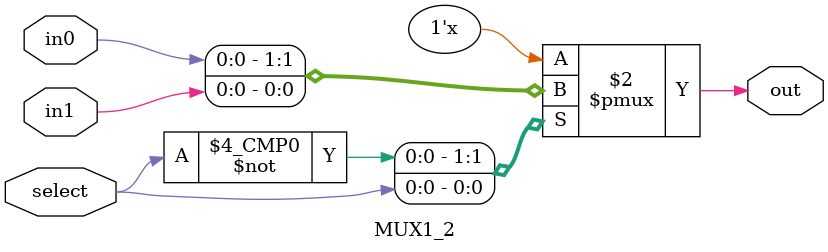
<source format=sv>
module MUX1_2(
	input wire select,
	input wire in0,
    input wire in1,
	output reg out
);
always @(*) begin 
	case (select)
		1'b0: out = in0;
		1'b1: out = in1;
		default: out = 1'b0; 
	endcase
end
endmodule 
</source>
